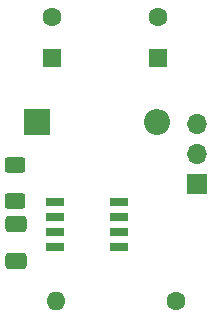
<source format=gbr>
%TF.GenerationSoftware,KiCad,Pcbnew,8.0.1-rc1*%
%TF.CreationDate,2024-11-19T18:26:05-08:00*%
%TF.ProjectId,LM2597-Fixed,4c4d3235-3937-42d4-9669-7865642e6b69,rev?*%
%TF.SameCoordinates,Original*%
%TF.FileFunction,Soldermask,Top*%
%TF.FilePolarity,Negative*%
%FSLAX46Y46*%
G04 Gerber Fmt 4.6, Leading zero omitted, Abs format (unit mm)*
G04 Created by KiCad (PCBNEW 8.0.1-rc1) date 2024-11-19 18:26:05*
%MOMM*%
%LPD*%
G01*
G04 APERTURE LIST*
G04 Aperture macros list*
%AMRoundRect*
0 Rectangle with rounded corners*
0 $1 Rounding radius*
0 $2 $3 $4 $5 $6 $7 $8 $9 X,Y pos of 4 corners*
0 Add a 4 corners polygon primitive as box body*
4,1,4,$2,$3,$4,$5,$6,$7,$8,$9,$2,$3,0*
0 Add four circle primitives for the rounded corners*
1,1,$1+$1,$2,$3*
1,1,$1+$1,$4,$5*
1,1,$1+$1,$6,$7*
1,1,$1+$1,$8,$9*
0 Add four rect primitives between the rounded corners*
20,1,$1+$1,$2,$3,$4,$5,0*
20,1,$1+$1,$4,$5,$6,$7,0*
20,1,$1+$1,$6,$7,$8,$9,0*
20,1,$1+$1,$8,$9,$2,$3,0*%
G04 Aperture macros list end*
%ADD10RoundRect,0.250000X-0.625000X0.400000X-0.625000X-0.400000X0.625000X-0.400000X0.625000X0.400000X0*%
%ADD11R,1.528000X0.650000*%
%ADD12C,1.600000*%
%ADD13O,1.600000X1.600000*%
%ADD14R,2.200000X2.200000*%
%ADD15O,2.200000X2.200000*%
%ADD16R,1.600000X1.600000*%
%ADD17R,1.700000X1.700000*%
%ADD18O,1.700000X1.700000*%
%ADD19RoundRect,0.250000X-0.650000X0.412500X-0.650000X-0.412500X0.650000X-0.412500X0.650000X0.412500X0*%
G04 APERTURE END LIST*
D10*
%TO.C,R1*%
X147766141Y-95494385D03*
X147766141Y-98594385D03*
%TD*%
D11*
%TO.C,IC1*%
X151138992Y-98598564D03*
X151138992Y-99868564D03*
X151138992Y-101138564D03*
X151138992Y-102408564D03*
X156560992Y-102408564D03*
X156560992Y-101138564D03*
X156560992Y-99868564D03*
X156560992Y-98598564D03*
%TD*%
D12*
%TO.C,L1*%
X161334161Y-107019396D03*
D13*
X151174161Y-107019396D03*
%TD*%
D14*
%TO.C,D1*%
X149579492Y-91907963D03*
D15*
X159739492Y-91907963D03*
%TD*%
D16*
%TO.C,C4*%
X159810912Y-86476788D03*
D12*
X159810912Y-82976788D03*
%TD*%
D16*
%TO.C,C3*%
X150853605Y-86476788D03*
D12*
X150853605Y-82976788D03*
%TD*%
D17*
%TO.C,J1*%
X163118369Y-97073471D03*
D18*
X163118369Y-94533471D03*
X163118369Y-91993471D03*
%TD*%
D19*
%TO.C,C1*%
X147783138Y-100533329D03*
X147783138Y-103658329D03*
%TD*%
M02*

</source>
